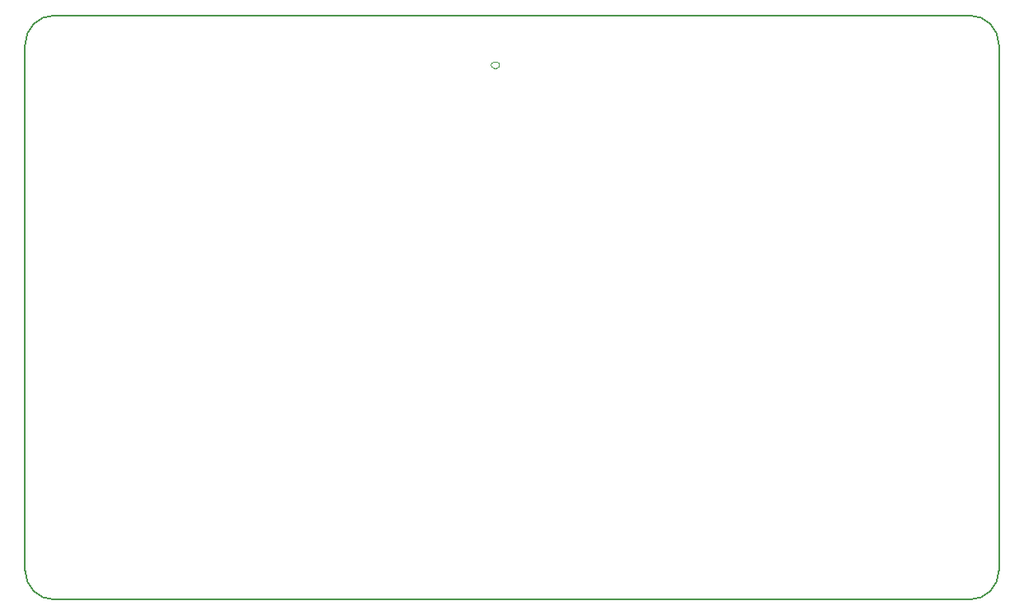
<source format=gm1>
%TF.GenerationSoftware,KiCad,Pcbnew,5.1.9+dfsg1-1+deb11u1*%
%TF.CreationDate,2025-07-23T09:27:32+02:00*%
%TF.ProjectId,ESP32-BOBOARD-5V,45535033-322d-4424-9f42-4f4152442d35,rev?*%
%TF.SameCoordinates,Original*%
%TF.FileFunction,Profile,NP*%
%FSLAX46Y46*%
G04 Gerber Fmt 4.6, Leading zero omitted, Abs format (unit mm)*
G04 Created by KiCad (PCBNEW 5.1.9+dfsg1-1+deb11u1) date 2025-07-23 09:27:32*
%MOMM*%
%LPD*%
G01*
G04 APERTURE LIST*
%TA.AperFunction,Profile*%
%ADD10C,0.150000*%
%TD*%
%TA.AperFunction,Profile*%
%ADD11C,0.010000*%
%TD*%
G04 APERTURE END LIST*
D10*
X121000000Y-77000000D02*
G75*
G02*
X124000000Y-74000000I3000000J0D01*
G01*
X124000000Y-134000000D02*
G75*
G02*
X121000000Y-131000000I0J3000000D01*
G01*
X221000000Y-131000000D02*
G75*
G02*
X218000000Y-134000000I-3000000J0D01*
G01*
X218000000Y-74000000D02*
G75*
G02*
X221000000Y-77000000I0J-3000000D01*
G01*
X121000000Y-131000000D02*
X121000000Y-77000000D01*
X218000000Y-134000000D02*
X124000000Y-134000000D01*
X221000000Y-77000000D02*
X221000000Y-131000000D01*
X124000000Y-74000000D02*
X218000000Y-74000000D01*
D11*
%TO.C,J5*%
X169175000Y-78785000D02*
X169425000Y-78785000D01*
X169425000Y-79415000D02*
X169175000Y-79415000D01*
X169740000Y-79100000D02*
G75*
G02*
X169425000Y-79415000I-315000J0D01*
G01*
X169425000Y-78785000D02*
G75*
G02*
X169740000Y-79100000I0J-315000D01*
G01*
X168860000Y-79100000D02*
G75*
G02*
X169175000Y-78785000I315000J0D01*
G01*
X169175000Y-79415000D02*
G75*
G02*
X168860000Y-79100000I0J315000D01*
G01*
%TD*%
M02*

</source>
